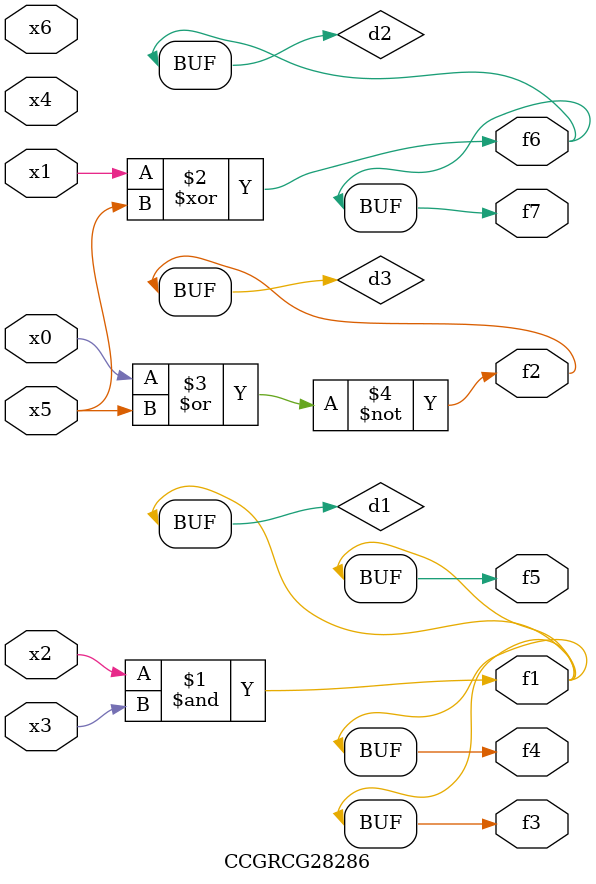
<source format=v>
module CCGRCG28286(
	input x0, x1, x2, x3, x4, x5, x6,
	output f1, f2, f3, f4, f5, f6, f7
);

	wire d1, d2, d3;

	and (d1, x2, x3);
	xor (d2, x1, x5);
	nor (d3, x0, x5);
	assign f1 = d1;
	assign f2 = d3;
	assign f3 = d1;
	assign f4 = d1;
	assign f5 = d1;
	assign f6 = d2;
	assign f7 = d2;
endmodule

</source>
